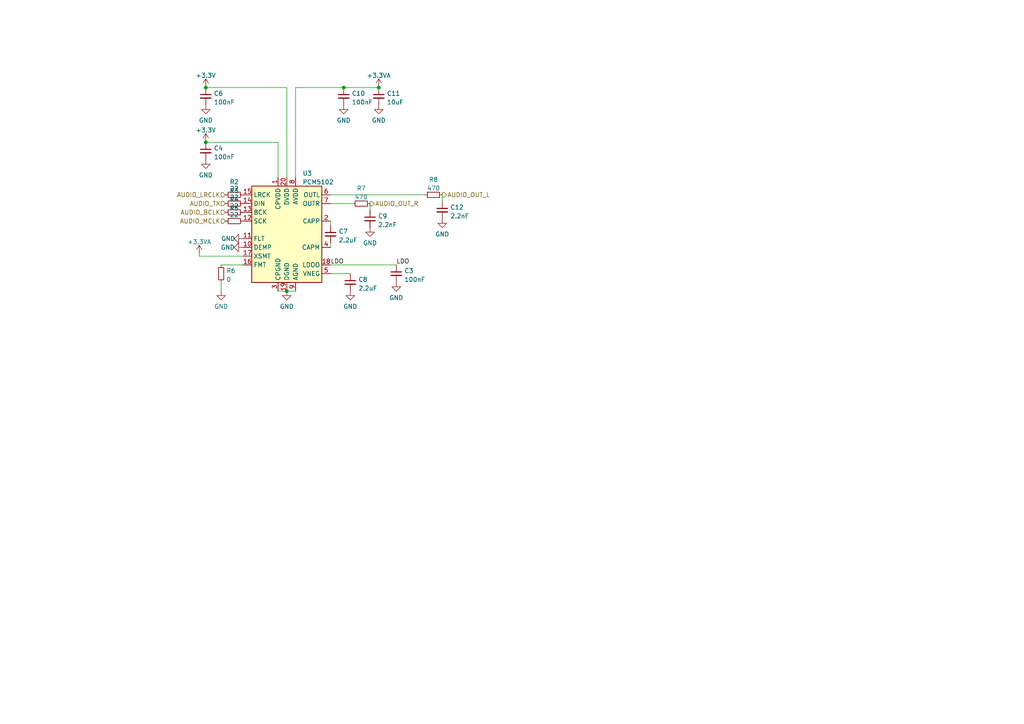
<source format=kicad_sch>
(kicad_sch (version 20230121) (generator eeschema)
  (paper "A4")
  (lib_symbols
    (symbol "Audio:PCM5102"
      (property "Reference" "U" (at -10.16 13.97 0))
      (property "Value" "PCM5102" (at 3.81 13.97 0))
      (symbol "PCM5102_0_1"
        (rectangle (start -10.16 12.7) (end 10.16 -15.24) (stroke (width 0.254)) (fill (type background)))
      )
      (symbol "PCM5102_1_1"
        (pin passive line (at -2.54 15.24 270) (length 2.54) (name "CPVDD") (number "1"))
        (pin input line (at -12.7 -5.08 0) (length 2.54) (name "DEMP") (number "10"))
        (pin input line (at -12.7 -2.54 0) (length 2.54) (name "FLT") (number "11"))
        (pin input line (at -12.7 2.54 0) (length 2.54) (name "SCK") (number "12"))
        (pin input line (at -12.7 5.08 0) (length 2.54) (name "BCK") (number "13"))
        (pin input line (at -12.7 7.62 0) (length 2.54) (name "DIN") (number "14"))
        (pin input line (at -12.7 10.16 0) (length 2.54) (name "LRCK") (number "15"))
        (pin input line (at -12.7 -10.16 0) (length 2.54) (name "FMT") (number "16"))
        (pin input line (at -12.7 -7.62 0) (length 2.54) (name "XSMT") (number "17"))
        (pin passive line (at 12.7 -10.16 180) (length 2.54) (name "LDOO") (number "18"))
        (pin power_in line (at 0 -17.78 90) (length 2.54) (name "DGND") (number "19"))
        (pin passive line (at 12.7 2.54 180) (length 2.54) (name "CAPP") (number "2"))
        (pin power_in line (at 0 15.24 270) (length 2.54) (name "DVDD") (number "20"))
        (pin power_in line (at -2.54 -17.78 90) (length 2.54) (name "CPGND") (number "3"))
        (pin passive line (at 12.7 -5.08 180) (length 2.54) (name "CAPM") (number "4"))
        (pin passive line (at 12.7 -12.7 180) (length 2.54) (name "VNEG") (number "5"))
        (pin output line (at 12.7 10.16 180) (length 2.54) (name "OUTL") (number "6"))
        (pin output line (at 12.7 7.62 180) (length 2.54) (name "OUTR") (number "7"))
        (pin power_in line (at 2.54 15.24 270) (length 2.54) (name "AVDD") (number "8"))
        (pin power_in line (at 2.54 -17.78 90) (length 2.54) (name "AGND") (number "9"))
      )
    )
    (symbol "Device:C_Small" (pin_numbers hide) (pin_names (offset 0.254) hide)
      (property "Reference" "C" (at 0.254 1.778 0))
      (property "Value" "C_Small" (at 0.254 -2.032 0))
      (symbol "C_Small_0_1"
        (polyline (pts (xy -1.524 -0.508) (xy 1.524 -0.508)) (stroke (width 0.3302)))
        (polyline (pts (xy -1.524 0.508) (xy 1.524 0.508)) (stroke (width 0.3048)))
      )
      (symbol "C_Small_1_1"
        (pin passive line (at 0 2.54 270) (length 2.032) (name "~") (number "1"))
        (pin passive line (at 0 -2.54 90) (length 2.032) (name "~") (number "2"))
      )
    )
    (symbol "Device:R_Small" (pin_numbers hide) (pin_names (offset 0.254) hide)
      (property "Reference" "R" (at 0.762 0.508 0))
      (property "Value" "R_Small" (at 0.762 -1.016 0))
      (symbol "R_Small_0_1"
        (rectangle (start -0.762 1.778) (end 0.762 -1.778) (stroke (width 0.2032)))
      )
      (symbol "R_Small_1_1"
        (pin passive line (at 0 2.54 270) (length 0.762) (name "~") (number "1"))
        (pin passive line (at 0 -2.54 90) (length 0.762) (name "~") (number "2"))
      )
    )
    (symbol "power:+3.3V" (power) (pin_names (offset 0))
      (property "Value" "+3.3V" (at 0 3.556 0))
      (symbol "+3.3V_0_1"
        (polyline (pts (xy -0.762 1.27) (xy 0 2.54)))
        (polyline (pts (xy 0 0) (xy 0 2.54)))
        (polyline (pts (xy 0 2.54) (xy 0.762 1.27)))
      )
      (symbol "+3.3V_1_1"
        (pin power_in line (at 0 0 90) (length 0) hide (name "+3.3V") (number "1"))
      )
    )
    (symbol "power:+3.3VA" (power) (pin_names (offset 0))
      (property "Value" "+3.3VA" (at 0 3.556 0))
      (symbol "+3.3VA_0_1"
        (polyline (pts (xy -0.762 1.27) (xy 0 2.54)))
        (polyline (pts (xy 0 0) (xy 0 2.54)))
        (polyline (pts (xy 0 2.54) (xy 0.762 1.27)))
      )
      (symbol "+3.3VA_1_1"
        (pin power_in line (at 0 0 90) (length 0) hide (name "+3.3VA") (number "1"))
      )
    )
    (symbol "power:GND" (power) (pin_names (offset 0))
      (property "Value" "GND" (at 0 -3.81 0))
      (symbol "GND_0_1"
        (polyline (pts (xy 0 0) (xy 0 -1.27) (xy 1.27 -1.27) (xy 0 -2.54) (xy -1.27 -1.27) (xy 0 -1.27)))
      )
      (symbol "GND_1_1"
        (pin power_in line (at 0 0 270) (length 0) hide (name "GND") (number "1"))
      )
    )
  )
  (junction (at 83.185 84.455))
  (junction (at 59.69 25.4))
  (junction (at 59.69 41.275))
  (junction (at 109.855 25.4))
  (junction (at 99.695 25.4))
  (wire (pts (xy 109.855 25.4) (xy 99.695 25.4)))
  (wire (pts (xy 95.885 64.135) (xy 95.885 65.405)))
  (wire (pts (xy 57.785 74.295) (xy 70.485 74.295)))
  (wire (pts (xy 59.69 25.4) (xy 83.185 25.4)))
  (wire (pts (xy 57.785 74.295) (xy 57.785 73.66)))
  (wire (pts (xy 95.885 76.835) (xy 114.935 76.835)))
  (wire (pts (xy 85.725 25.4) (xy 85.725 51.435)))
  (wire (pts (xy 95.885 56.515) (xy 123.19 56.515)))
  (wire (pts (xy 80.645 41.275) (xy 80.645 51.435)))
  (wire (pts (xy 83.185 84.455) (xy 85.725 84.455)))
  (wire (pts (xy 95.885 70.485) (xy 95.885 71.755)))
  (wire (pts (xy 64.135 84.455) (xy 64.135 81.915)))
  (wire (pts (xy 99.695 25.4) (xy 85.725 25.4)))
  (wire (pts (xy 128.27 58.42) (xy 128.27 56.515)))
  (wire (pts (xy 101.6 79.375) (xy 95.885 79.375)))
  (wire (pts (xy 64.135 76.835) (xy 70.485 76.835)))
  (wire (pts (xy 95.885 59.055) (xy 102.235 59.055)))
  (wire (pts (xy 59.69 41.275) (xy 80.645 41.275)))
  (wire (pts (xy 107.315 60.96) (xy 107.315 59.055)))
  (wire (pts (xy 83.185 25.4) (xy 83.185 51.435)))
  (wire (pts (xy 80.645 84.455) (xy 83.185 84.455)))
  (label "LDO" (at 95.885 76.835 0))
  (label "LDO" (at 114.935 76.835 0))
  (hierarchical_label "AUDIO_OUT_R" (shape output) (at 107.315 59.055 0))
  (hierarchical_label "AUDIO_TX" (shape input) (at 65.405 59.055 180))
  (hierarchical_label "AUDIO_BCLK" (shape input) (at 65.405 61.595 180))
  (hierarchical_label "AUDIO_MCLK" (shape input) (at 65.405 64.135 180))
  (hierarchical_label "AUDIO_OUT_L" (shape output) (at 128.27 56.515 0))
  (hierarchical_label "AUDIO_LRCLK" (shape input) (at 65.405 56.515 180))
  (symbol (lib_id "Device:R_Small") (at 125.73 56.515 90) (unit 1)
    (property "Reference" "R8" (at 125.73 52.0786 90))
    (property "Value" "470" (at 125.73 54.6155 90))
    (property "Footprint" "Resistor_SMD:R_0603_1608Metric" (effects hide))
  )
  (symbol (lib_id "Device:C_Small") (at 59.69 43.815 0) (unit 1)
    (property "Reference" "C4" (at 62.0141 42.9866 0) (effects (justify left)))
    (property "Value" "100nF" (at 62.0141 45.5235 0) (effects (justify left)))
    (property "Footprint" "Capacitor_SMD:C_0603_1608Metric" (effects hide))
  )
  (symbol (lib_id "power:GND") (at 99.695 30.48 0) (unit 1)
    (property "Reference" "#PWR09" (effects hide))
    (property "Value" "GND" (at 99.695 34.9234 0))
  )
  (symbol (lib_id "Device:C_Small") (at 95.885 67.945 0) (unit 1)
    (property "Reference" "C7" (at 98.2091 67.1166 0) (effects (justify left)))
    (property "Value" "2.2uF" (at 98.2091 69.6535 0) (effects (justify left)))
    (property "Footprint" "Capacitor_SMD:C_0603_1608Metric" (effects hide))
  )
  (symbol (lib_id "power:GND") (at 107.315 66.04 0) (unit 1)
    (property "Reference" "#PWR05" (effects hide))
    (property "Value" "GND" (at 107.315 70.4834 0))
  )
  (symbol (lib_id "power:+3.3V") (at 59.69 41.275 0) (unit 1)
    (property "Reference" "#PWR051" (effects hide))
    (property "Value" "+3.3V" (at 59.69 37.7731 0))
  )
  (symbol (lib_id "power:GND") (at 59.69 46.355 0) (unit 1)
    (property "Reference" "#PWR050" (effects hide))
    (property "Value" "GND" (at 59.69 50.7984 0))
  )
  (symbol (lib_id "Device:C_Small") (at 99.695 27.94 0) (unit 1)
    (property "Reference" "C10" (at 102.0191 27.1116 0) (effects (justify left)))
    (property "Value" "100nF" (at 102.0191 29.6485 0) (effects (justify left)))
    (property "Footprint" "Capacitor_SMD:C_0603_1608Metric" (effects hide))
  )
  (symbol (lib_id "Device:C_Small") (at 128.27 60.96 0) (unit 1)
    (property "Reference" "C12" (at 130.5941 60.1316 0) (effects (justify left)))
    (property "Value" "2.2nF" (at 130.5941 62.6685 0) (effects (justify left)))
    (property "Footprint" "Capacitor_SMD:C_0603_1608Metric" (effects hide))
  )
  (symbol (lib_id "Audio:PCM5102") (at 83.185 66.675 0) (unit 1)
    (property "Reference" "U3" (at 87.7444 50.2752 0) (effects (justify left)))
    (property "Value" "PCM5102" (at 87.7444 52.8121 0) (effects (justify left)))
    (property "Footprint" "Package_SO:TSSOP-20_4.4x6.5mm_P0.65mm" (effects hide))
    (property "Datasheet" "http://www.ti.com/lit/ds/symlink/pcm5102.pdf" (effects hide))
  )
  (symbol (lib_id "Device:R_Small") (at 67.945 64.135 90) (unit 1)
    (property "Reference" "R5" (at 67.945 60.3885 90))
    (property "Value" "22" (at 67.945 62.3095 90))
    (property "Footprint" "Resistor_SMD:R_0603_1608Metric" (effects hide))
  )
  (symbol (lib_id "Device:R_Small") (at 67.945 56.515 90) (unit 1)
    (property "Reference" "R2" (at 67.945 52.7685 90))
    (property "Value" "22" (at 67.945 54.6895 90))
    (property "Footprint" "Resistor_SMD:R_0603_1608Metric" (effects hide))
  )
  (symbol (lib_id "power:GND") (at 114.935 81.915 0) (unit 1)
    (property "Reference" "#PWR040" (effects hide))
    (property "Value" "GND" (at 114.935 86.3584 0))
  )
  (symbol (lib_id "power:GND") (at 83.185 84.455 0) (unit 1)
    (property "Reference" "#PWR053" (effects hide))
    (property "Value" "GND" (at 83.185 88.8984 0))
  )
  (symbol (lib_id "power:+3.3V") (at 59.69 25.4 0) (unit 1)
    (property "Reference" "#PWR042" (effects hide))
    (property "Value" "+3.3V" (at 59.69 21.8981 0))
  )
  (symbol (lib_id "power:GND") (at 59.69 30.48 0) (unit 1)
    (property "Reference" "#PWR052" (effects hide))
    (property "Value" "GND" (at 59.69 34.9234 0))
  )
  (symbol (lib_id "Device:R_Small") (at 67.945 59.055 90) (unit 1)
    (property "Reference" "R3" (at 67.945 55.3085 90))
    (property "Value" "22" (at 67.945 57.2295 90))
    (property "Footprint" "Resistor_SMD:R_0603_1608Metric" (effects hide))
  )
  (symbol (lib_id "power:GND") (at 64.135 84.455 0) (unit 1)
    (property "Reference" "#PWR049" (effects hide))
    (property "Value" "GND" (at 64.135 88.8984 0))
  )
  (symbol (lib_id "Device:R_Small") (at 64.135 79.375 180) (unit 1)
    (property "Reference" "R6" (at 65.6336 78.5403 0) (effects (justify right)))
    (property "Value" "0" (at 65.6336 81.0772 0) (effects (justify right)))
    (property "Footprint" "Resistor_SMD:R_0603_1608Metric" (effects hide))
  )
  (symbol (lib_id "Device:C_Small") (at 109.855 27.94 0) (unit 1)
    (property "Reference" "C11" (at 112.1791 27.1116 0) (effects (justify left)))
    (property "Value" "10uF" (at 112.1791 29.6485 0) (effects (justify left)))
    (property "Footprint" "Capacitor_SMD:C_0603_1608Metric" (effects hide))
  )
  (symbol (lib_id "power:GND") (at 109.855 30.48 0) (unit 1)
    (property "Reference" "#PWR018" (effects hide))
    (property "Value" "GND" (at 109.855 34.9234 0))
  )
  (symbol (lib_id "power:GND") (at 70.485 69.215 270) (unit 1)
    (property "Reference" "#PWR046" (effects hide))
    (property "Value" "GND" (at 64.135 69.215 90) (effects (justify left)))
  )
  (symbol (lib_id "power:GND") (at 128.27 63.5 0) (unit 1)
    (property "Reference" "#PWR08" (effects hide))
    (property "Value" "GND" (at 128.27 67.9434 0))
  )
  (symbol (lib_id "Device:C_Small") (at 114.935 79.375 0) (unit 1)
    (property "Reference" "C3" (at 117.2591 78.5466 0) (effects (justify left)))
    (property "Value" "100nF" (at 117.2591 81.0835 0) (effects (justify left)))
    (property "Footprint" "Capacitor_SMD:C_0603_1608Metric" (effects hide))
  )
  (symbol (lib_id "Device:R_Small") (at 104.775 59.055 90) (unit 1)
    (property "Reference" "R7" (at 104.775 54.6186 90))
    (property "Value" "470" (at 104.775 57.1555 90))
    (property "Footprint" "Resistor_SMD:R_0603_1608Metric" (effects hide))
  )
  (symbol (lib_id "Device:C_Small") (at 107.315 63.5 0) (unit 1)
    (property "Reference" "C9" (at 109.6391 62.6716 0) (effects (justify left)))
    (property "Value" "2.2nF" (at 109.6391 65.2085 0) (effects (justify left)))
    (property "Footprint" "Capacitor_SMD:C_0603_1608Metric" (effects hide))
  )
  (symbol (lib_id "Device:C_Small") (at 59.69 27.94 0) (unit 1)
    (property "Reference" "C6" (at 62.0141 27.1116 0) (effects (justify left)))
    (property "Value" "100nF" (at 62.0141 29.6485 0) (effects (justify left)))
    (property "Footprint" "Capacitor_SMD:C_0603_1608Metric" (effects hide))
  )
  (symbol (lib_id "power:+3.3VA") (at 109.855 25.4 0) (unit 1)
    (property "Reference" "#PWR019" (effects hide))
    (property "Value" "+3.3VA" (at 109.855 21.8981 0))
  )
  (symbol (lib_id "power:GND") (at 70.485 71.755 270) (unit 1)
    (property "Reference" "#PWR047" (effects hide))
    (property "Value" "GND" (at 66.0416 71.755 90))
  )
  (symbol (lib_id "power:+3.3VA") (at 57.785 73.66 0) (unit 1)
    (property "Reference" "#PWR048" (effects hide))
    (property "Value" "+3.3VA" (at 57.785 70.1581 0))
  )
  (symbol (lib_id "Device:C_Small") (at 101.6 81.915 0) (unit 1)
    (property "Reference" "C8" (at 103.9241 81.0866 0) (effects (justify left)))
    (property "Value" "2.2uF" (at 103.9241 83.6235 0) (effects (justify left)))
    (property "Footprint" "Capacitor_SMD:C_0603_1608Metric" (effects hide))
  )
  (symbol (lib_id "Device:R_Small") (at 67.945 61.595 90) (unit 1)
    (property "Reference" "R4" (at 67.945 57.8485 90))
    (property "Value" "22" (at 67.945 59.7695 90))
    (property "Footprint" "Resistor_SMD:R_0603_1608Metric" (effects hide))
  )
  (symbol (lib_id "power:GND") (at 101.6 84.455 0) (unit 1)
    (property "Reference" "#PWR03" (effects hide))
    (property "Value" "GND" (at 101.6 88.8984 0))
  )
)
</source>
